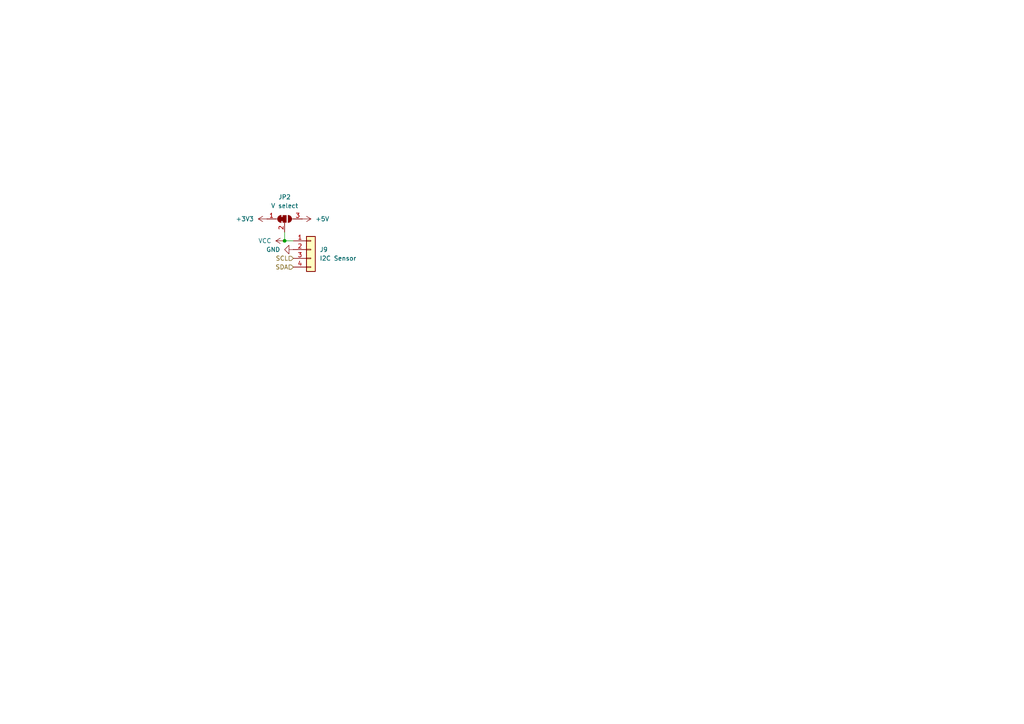
<source format=kicad_sch>
(kicad_sch (version 20231120) (generator "eeschema") (generator_version "8.0")
  (paper "A4")
  (lib_symbols
    (symbol "Connector_Generic:Conn_01x04" (pin_names (offset 1.016) hide)
      (property "Reference" "J" (at 0 5.08 0))
      (property "Value" "Conn_01x04" (at 0 -7.62 0))
      (symbol "Conn_01x04_1_1"
        (rectangle (start -1.27 -4.953) (end 0 -5.207) (stroke (width 0.1524)))
        (rectangle (start -1.27 -2.413) (end 0 -2.667) (stroke (width 0.1524)))
        (rectangle (start -1.27 0.127) (end 0 -0.127) (stroke (width 0.1524)))
        (rectangle (start -1.27 2.667) (end 0 2.413) (stroke (width 0.1524)))
        (rectangle (start -1.27 3.81) (end 1.27 -6.35) (stroke (width 0.254)) (fill (type background)))
        (pin passive line (at -5.08 2.54 0) (length 3.81) (name "Pin_1") (number "1"))
        (pin passive line (at -5.08 0 0) (length 3.81) (name "Pin_2") (number "2"))
        (pin passive line (at -5.08 -2.54 0) (length 3.81) (name "Pin_3") (number "3"))
        (pin passive line (at -5.08 -5.08 0) (length 3.81) (name "Pin_4") (number "4"))
      )
    )
    (symbol "Jumper:SolderJumper_3_Bridged12" (pin_names (offset 0) hide) (exclude_from_sim yes) (in_bom no)
      (property "Reference" "JP" (at -2.54 -2.54 0))
      (property "Value" "SolderJumper_3_Bridged12" (at 0 2.794 0))
      (symbol "SolderJumper_3_Bridged12_0_1"
        (rectangle (start -1.016 0.508) (end -0.508 -0.508) (fill (type outline)))
        (arc (start -1.016 1.016) (mid -2.0276 0) (end -1.016 -1.016))
        (arc (start -1.016 1.016) (mid -2.0276 0) (end -1.016 -1.016) (fill (type outline)))
        (rectangle (start -0.508 1.016) (end 0.508 -1.016) (fill (type outline)))
        (polyline (pts (xy -2.54 0) (xy -2.032 0)))
        (polyline (pts (xy -1.016 1.016) (xy -1.016 -1.016)))
        (polyline (pts (xy 0 -1.27) (xy 0 -1.016)))
        (polyline (pts (xy 1.016 1.016) (xy 1.016 -1.016)))
        (polyline (pts (xy 2.54 0) (xy 2.032 0)))
        (arc (start 1.016 -1.016) (mid 2.0276 0) (end 1.016 1.016))
        (arc (start 1.016 -1.016) (mid 2.0276 0) (end 1.016 1.016) (fill (type outline)))
      )
      (symbol "SolderJumper_3_Bridged12_1_1"
        (pin passive line (at -5.08 0 0) (length 2.54) (name "A") (number "1"))
        (pin passive line (at 0 -3.81 90) (length 2.54) (name "C") (number "2"))
        (pin passive line (at 5.08 0 180) (length 2.54) (name "B") (number "3"))
      )
    )
    (symbol "power:+3V3" (power) (pin_numbers hide) (pin_names (offset 0) hide)
      (property "Value" "+3V3" (at 0 3.556 0))
      (symbol "+3V3_0_1"
        (polyline (pts (xy -0.762 1.27) (xy 0 2.54)))
        (polyline (pts (xy 0 0) (xy 0 2.54)))
        (polyline (pts (xy 0 2.54) (xy 0.762 1.27)))
      )
      (symbol "+3V3_1_1"
        (pin power_in line (at 0 0 90) (length 0) (name "~") (number "1"))
      )
    )
    (symbol "power:+5V" (power) (pin_numbers hide) (pin_names (offset 0) hide)
      (property "Value" "+5V" (at 0 3.556 0))
      (symbol "+5V_0_1"
        (polyline (pts (xy -0.762 1.27) (xy 0 2.54)))
        (polyline (pts (xy 0 0) (xy 0 2.54)))
        (polyline (pts (xy 0 2.54) (xy 0.762 1.27)))
      )
      (symbol "+5V_1_1"
        (pin power_in line (at 0 0 90) (length 0) (name "~") (number "1"))
      )
    )
    (symbol "power:GND" (power) (pin_numbers hide) (pin_names (offset 0) hide)
      (property "Value" "GND" (at 0 -3.81 0))
      (symbol "GND_0_1"
        (polyline (pts (xy 0 0) (xy 0 -1.27) (xy 1.27 -1.27) (xy 0 -2.54) (xy -1.27 -1.27) (xy 0 -1.27)))
      )
      (symbol "GND_1_1"
        (pin power_in line (at 0 0 270) (length 0) (name "~") (number "1"))
      )
    )
    (symbol "power:VCC" (power) (pin_numbers hide) (pin_names (offset 0) hide)
      (property "Value" "VCC" (at 0 3.556 0))
      (symbol "VCC_0_1"
        (polyline (pts (xy -0.762 1.27) (xy 0 2.54)))
        (polyline (pts (xy 0 0) (xy 0 2.54)))
        (polyline (pts (xy 0 2.54) (xy 0.762 1.27)))
      )
      (symbol "VCC_1_1"
        (pin power_in line (at 0 0 90) (length 0) (name "~") (number "1"))
      )
    )
  )
  (junction (at 82.55 69.85))
  (wire (pts (xy 82.55 67.31) (xy 82.55 69.85)))
  (wire (pts (xy 82.55 69.85) (xy 85.09 69.85)))
  (hierarchical_label "SDA" (shape input) (at 85.09 77.47 180))
  (hierarchical_label "SCL" (shape input) (at 85.09 74.93 180))
  (symbol (lib_id "Connector_Generic:Conn_01x04") (at 90.17 72.39 0) (unit 1)
    (property "Reference" "J9" (at 92.71 72.3899 0) (effects (justify left)))
    (property "Value" "I2C Sensor" (at 92.71 74.9299 0) (effects (justify left)))
    (property "Footprint" "Connector_PinSocket_2.54mm:PinSocket_1x04_P2.54mm_Vertical" (effects (hide yes)))
    (property "Description" "Generic connector, single row, 01x04, script generated (kicad-library-utils/schlib/autogen/connector/)" (effects (hide yes)))
  )
  (symbol (lib_id "power:+5V") (at 87.63 63.5 270) (unit 1)
    (property "Reference" "#PWR079" (effects (hide yes)))
    (property "Value" "+5V" (at 91.44 63.4999 90) (effects (justify left)))
    (property "Description" "Power symbol creates a global label with name \"+5V\"" (effects (hide yes)))
  )
  (symbol (lib_id "power:VCC") (at 82.55 69.85 90) (unit 1)
    (property "Reference" "#PWR077" (effects (hide yes)))
    (property "Value" "VCC" (at 78.74 69.8499 90) (effects (justify left)))
    (property "Description" "Power symbol creates a global label with name \"VCC\"" (effects (hide yes)))
  )
  (symbol (lib_id "Jumper:SolderJumper_3_Bridged12") (at 82.55 63.5 0) (unit 1) (exclude_from_sim yes) (in_bom no)
    (property "Reference" "JP2" (at 82.55 57.15 0))
    (property "Value" "V select" (at 82.55 59.69 0))
    (property "Footprint" "Jumper:SolderJumper-3_P1.3mm_Bridged12_RoundedPad1.0x1.5mm" (effects (hide yes)))
    (property "Description" "3-pole Solder Jumper, pins 1+2 closed/bridged" (effects (hide yes)))
  )
  (symbol (lib_id "power:+3V3") (at 77.47 63.5 90) (unit 1)
    (property "Reference" "#PWR076" (effects (hide yes)))
    (property "Value" "+3V3" (at 73.66 63.4999 90) (effects (justify left)))
    (property "Description" "Power symbol creates a global label with name \"+3V3\"" (effects (hide yes)))
  )
  (symbol (lib_id "power:GND") (at 85.09 72.39 270) (unit 1)
    (property "Reference" "#PWR078" (effects (hide yes)))
    (property "Value" "GND" (at 81.28 72.3899 90) (effects (justify right)))
    (property "Description" "Power symbol creates a global label with name \"GND\" , ground" (effects (hide yes)))
  )
)
</source>
